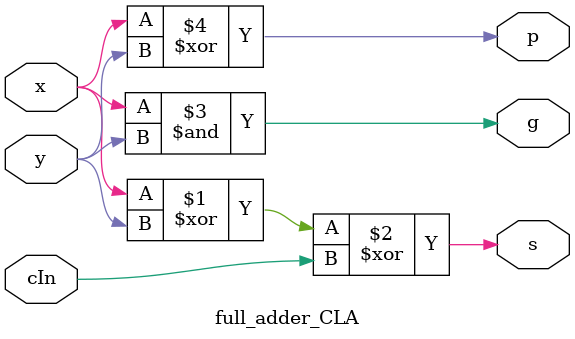
<source format=sv>
module carry_lookahead_adder
(
    input   logic[15:0]     A,
    input   logic[15:0]     B,
    output  logic[15:0]     Sum,
    output  logic           CO
);

    /* TODO
     *
     * Insert code here to implement a CLA adder.
     * Your code should be completly combinational (don't use always_ff or always_latch).
     * Feel free to create sub-modules or other files. */
	  
	logic G0, G4, G8, G12;
	logic P0, P4, P8, P12;
	  
	four_bit_CLA cla0(.x(A[3:0]), .y(B[3:0]), .cIn(0), .s(Sum[3:0]), .g(G0), .p(P0));
	four_bit_CLA cla1(.x(A[7:4]), .y(B[7:4]), .cIn(G0), .s(Sum[7:4]), .g(G4), .p(P4));
	four_bit_CLA cla2(.x(A[11:8]), .y(B[11:8]), .cIn(G4 | (G0&P4)), .s(Sum[11:8]), .g(G8), .p(P8));
	four_bit_CLA cla3(.x(A[15:12]), .y(B[15:12]), .cIn(G8 | (G4&P8) | (G0&P8&P4)), .s(Sum[15:12]), .g(G12), .p(P12));
	
	assign CO = G12 + (G8&P12) | (G4&P12&P8) | (G0&P12&P8&P4);
     
endmodule

module four_bit_CLA(
	input [3:0] x,
	input [3:0] y,
	input cIn,
	output logic [3:0] s,
	output logic g,
	output logic p
);

	logic g0, g1, g2, g3;
	logic p0, p1, p2, p3;

	full_adder_CLA fa0(.x(x[0]), .y(y[0]), .cIn(cIn), .s(s[0]), .g(g0), .p(p0));
	full_adder_CLA fa1(.x(x[1]), .y(y[1]), .cIn((cIn&p0) | g0), .s(s[1]), .g(g1), .p(p1));
	full_adder_CLA fa2(.x(x[2]), .y(y[2]), .cIn((cIn&p0&p1) | (g0&p1) | g1), .s(s[2]), .g(g2), .p(p2));
	full_adder_CLA fa3(.x(x[3]), .y(y[3]), .cIn((cIn&p0&p1&p2) | (g0&p1&p2) | (g1&p2) | g2), .s(s[3]), .g(g3), .p(p3));

	assign p = p0&p1&p2&p3;
	assign g = g3 | (g2&p3) | (g1&p3&p2) | (g0&p3&p2&p1);

endmodule
	
module full_adder_CLA(
	input x,
	input y,
	input cIn,
	output logic s,
	output logic g,
	output logic p
);

	assign s = x^y^cIn;
	assign g = x&y;
	assign p = x^y;

endmodule 
</source>
